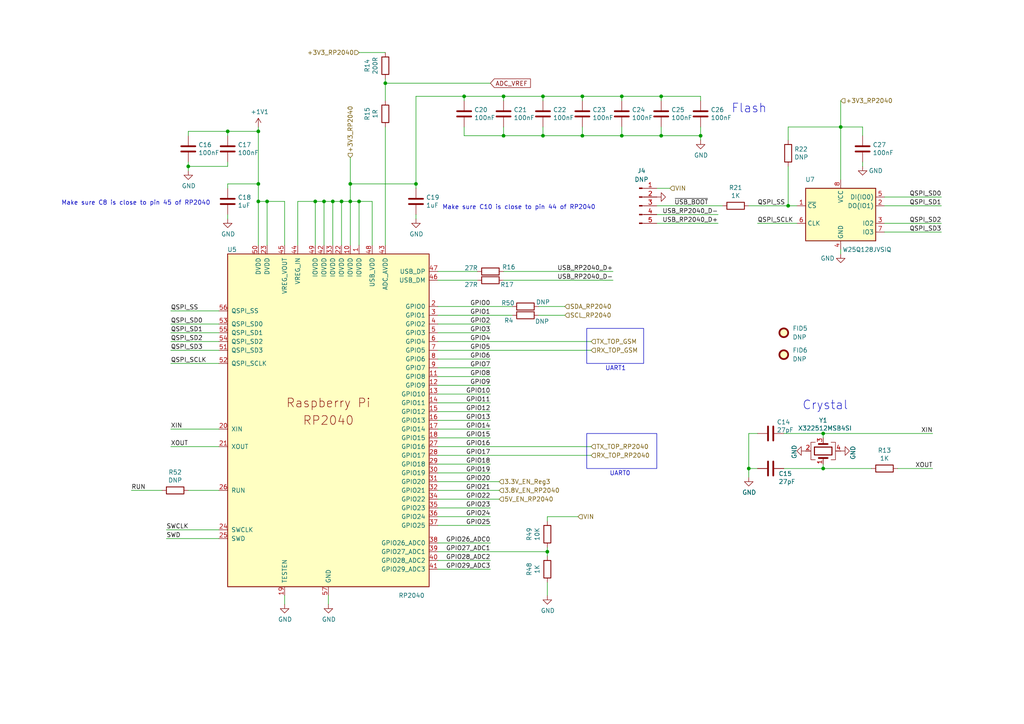
<source format=kicad_sch>
(kicad_sch (version 20231120) (generator "eeschema") (generator_version "8.0")
  (paper "A4")
  (lib_symbols
    (symbol "Connector:Conn_01x05_Male" (pin_names (offset 1.016) hide)
      (property "Reference" "J" (at 0 7.62 0))
      (property "Value" "Conn_01x05_Male" (at 0 -7.62 0))
      (symbol "Conn_01x05_Male_1_1"
        (polyline (pts (xy 1.27 -5.08) (xy 0.8636 -5.08)) (stroke (width 0.1524)))
        (polyline (pts (xy 1.27 -2.54) (xy 0.8636 -2.54)) (stroke (width 0.1524)))
        (polyline (pts (xy 1.27 0) (xy 0.8636 0)) (stroke (width 0.1524)))
        (polyline (pts (xy 1.27 2.54) (xy 0.8636 2.54)) (stroke (width 0.1524)))
        (polyline (pts (xy 1.27 5.08) (xy 0.8636 5.08)) (stroke (width 0.1524)))
        (rectangle (start 0.8636 -4.953) (end 0 -5.207) (stroke (width 0.1524)) (fill (type outline)))
        (rectangle (start 0.8636 -2.413) (end 0 -2.667) (stroke (width 0.1524)) (fill (type outline)))
        (rectangle (start 0.8636 0.127) (end 0 -0.127) (stroke (width 0.1524)) (fill (type outline)))
        (rectangle (start 0.8636 2.667) (end 0 2.413) (stroke (width 0.1524)) (fill (type outline)))
        (rectangle (start 0.8636 5.207) (end 0 4.953) (stroke (width 0.1524)) (fill (type outline)))
        (pin passive line (at 5.08 5.08 180) (length 3.81) (name "Pin_1") (number "1"))
        (pin passive line (at 5.08 2.54 180) (length 3.81) (name "Pin_2") (number "2"))
        (pin passive line (at 5.08 0 180) (length 3.81) (name "Pin_3") (number "3"))
        (pin passive line (at 5.08 -2.54 180) (length 3.81) (name "Pin_4") (number "4"))
        (pin passive line (at 5.08 -5.08 180) (length 3.81) (name "Pin_5") (number "5"))
      )
    )
    (symbol "Device:C" (pin_numbers hide) (pin_names (offset 0.254))
      (property "Reference" "C" (at 0.635 2.54 0))
      (property "Value" "C" (at 0.635 -2.54 0))
      (symbol "C_0_1"
        (polyline (pts (xy -2.032 -0.762) (xy 2.032 -0.762)) (stroke (width 0.508)))
        (polyline (pts (xy -2.032 0.762) (xy 2.032 0.762)) (stroke (width 0.508)))
      )
      (symbol "C_1_1"
        (pin passive line (at 0 3.81 270) (length 2.794) (name "~") (number "1"))
        (pin passive line (at 0 -3.81 90) (length 2.794) (name "~") (number "2"))
      )
    )
    (symbol "Device:Crystal_GND24" (pin_names (offset 1.016) hide)
      (property "Reference" "Y" (at 3.175 5.08 0))
      (property "Value" "Crystal_GND24" (at 3.175 3.175 0))
      (symbol "Crystal_GND24_0_1"
        (rectangle (start -1.143 2.54) (end 1.143 -2.54) (stroke (width 0.3048)))
        (polyline (pts (xy -2.54 0) (xy -2.032 0)))
        (polyline (pts (xy -2.032 -1.27) (xy -2.032 1.27)) (stroke (width 0.508)))
        (polyline (pts (xy 0 -3.81) (xy 0 -3.556)))
        (polyline (pts (xy 0 3.556) (xy 0 3.81)))
        (polyline (pts (xy 2.032 -1.27) (xy 2.032 1.27)) (stroke (width 0.508)))
        (polyline (pts (xy 2.032 0) (xy 2.54 0)))
        (polyline (pts (xy -2.54 -2.286) (xy -2.54 -3.556) (xy 2.54 -3.556) (xy 2.54 -2.286)))
        (polyline (pts (xy -2.54 2.286) (xy -2.54 3.556) (xy 2.54 3.556) (xy 2.54 2.286)))
      )
      (symbol "Crystal_GND24_1_1"
        (pin passive line (at -3.81 0 0) (length 1.27) (name "1") (number "1"))
        (pin passive line (at 0 5.08 270) (length 1.27) (name "2") (number "2"))
        (pin passive line (at 3.81 0 180) (length 1.27) (name "3") (number "3"))
        (pin passive line (at 0 -5.08 90) (length 1.27) (name "4") (number "4"))
      )
    )
    (symbol "Device:R" (pin_numbers hide) (pin_names (offset 0))
      (property "Reference" "R" (at 2.032 0 90))
      (property "Value" "R" (at 0 0 90))
      (symbol "R_0_1"
        (rectangle (start -1.016 -2.54) (end 1.016 2.54) (stroke (width 0.254)))
      )
      (symbol "R_1_1"
        (pin passive line (at 0 3.81 270) (length 1.27) (name "~") (number "1"))
        (pin passive line (at 0 -3.81 90) (length 1.27) (name "~") (number "2"))
      )
    )
    (symbol "MCU_RaspberryPi_RP2040:RP2040" (pin_names (offset 1.016))
      (property "Reference" "U" (at -29.21 49.53 0))
      (property "Value" "RP2040" (at 24.13 -49.53 0))
      (symbol "RP2040_0_0"
        (text "Raspberry Pi" (at 0 5.08 0) (effects (font (size 2.54 2.54))))
        (text "RP2040" (at 0 0 0) (effects (font (size 2.54 2.54))))
      )
      (symbol "RP2040_0_1"
        (rectangle (start 29.21 48.26) (end -29.21 -48.26) (stroke (width 0.254)) (fill (type background)))
      )
      (symbol "RP2040_1_1"
        (pin power_in line (at 8.89 50.8 270) (length 2.54) (name "IOVDD") (number "1"))
        (pin power_in line (at 6.35 50.8 270) (length 2.54) (name "IOVDD") (number "10"))
        (pin bidirectional line (at 31.75 12.7 180) (length 2.54) (name "GPIO8") (number "11"))
        (pin bidirectional line (at 31.75 10.16 180) (length 2.54) (name "GPIO9") (number "12"))
        (pin bidirectional line (at 31.75 7.62 180) (length 2.54) (name "GPIO10") (number "13"))
        (pin bidirectional line (at 31.75 5.08 180) (length 2.54) (name "GPIO11") (number "14"))
        (pin bidirectional line (at 31.75 2.54 180) (length 2.54) (name "GPIO12") (number "15"))
        (pin bidirectional line (at 31.75 0 180) (length 2.54) (name "GPIO13") (number "16"))
        (pin bidirectional line (at 31.75 -2.54 180) (length 2.54) (name "GPIO14") (number "17"))
        (pin bidirectional line (at 31.75 -5.08 180) (length 2.54) (name "GPIO15") (number "18"))
        (pin passive line (at -12.7 -50.8 90) (length 2.54) (name "TESTEN") (number "19"))
        (pin bidirectional line (at 31.75 33.02 180) (length 2.54) (name "GPIO0") (number "2"))
        (pin input line (at -31.75 -2.54 0) (length 2.54) (name "XIN") (number "20"))
        (pin passive line (at -31.75 -7.62 0) (length 2.54) (name "XOUT") (number "21"))
        (pin power_in line (at 3.81 50.8 270) (length 2.54) (name "IOVDD") (number "22"))
        (pin power_in line (at -17.78 50.8 270) (length 2.54) (name "DVDD") (number "23"))
        (pin output line (at -31.75 -31.75 0) (length 2.54) (name "SWCLK") (number "24"))
        (pin bidirectional line (at -31.75 -34.29 0) (length 2.54) (name "SWD") (number "25"))
        (pin input line (at -31.75 -20.32 0) (length 2.54) (name "RUN") (number "26"))
        (pin bidirectional line (at 31.75 -7.62 180) (length 2.54) (name "GPIO16") (number "27"))
        (pin bidirectional line (at 31.75 -10.16 180) (length 2.54) (name "GPIO17") (number "28"))
        (pin bidirectional line (at 31.75 -12.7 180) (length 2.54) (name "GPIO18") (number "29"))
        (pin bidirectional line (at 31.75 30.48 180) (length 2.54) (name "GPIO1") (number "3"))
        (pin bidirectional line (at 31.75 -15.24 180) (length 2.54) (name "GPIO19") (number "30"))
        (pin bidirectional line (at 31.75 -17.78 180) (length 2.54) (name "GPIO20") (number "31"))
        (pin bidirectional line (at 31.75 -20.32 180) (length 2.54) (name "GPIO21") (number "32"))
        (pin power_in line (at 1.27 50.8 270) (length 2.54) (name "IOVDD") (number "33"))
        (pin bidirectional line (at 31.75 -22.86 180) (length 2.54) (name "GPIO22") (number "34"))
        (pin bidirectional line (at 31.75 -25.4 180) (length 2.54) (name "GPIO23") (number "35"))
        (pin bidirectional line (at 31.75 -27.94 180) (length 2.54) (name "GPIO24") (number "36"))
        (pin bidirectional line (at 31.75 -30.48 180) (length 2.54) (name "GPIO25") (number "37"))
        (pin bidirectional line (at 31.75 -35.56 180) (length 2.54) (name "GPIO26_ADC0") (number "38"))
        (pin bidirectional line (at 31.75 -38.1 180) (length 2.54) (name "GPIO27_ADC1") (number "39"))
        (pin bidirectional line (at 31.75 27.94 180) (length 2.54) (name "GPIO2") (number "4"))
        (pin bidirectional line (at 31.75 -40.64 180) (length 2.54) (name "GPIO28_ADC2") (number "40"))
        (pin bidirectional line (at 31.75 -43.18 180) (length 2.54) (name "GPIO29_ADC3") (number "41"))
        (pin power_in line (at -1.27 50.8 270) (length 2.54) (name "IOVDD") (number "42"))
        (pin power_in line (at 16.51 50.8 270) (length 2.54) (name "ADC_AVDD") (number "43"))
        (pin power_in line (at -8.89 50.8 270) (length 2.54) (name "VREG_IN") (number "44"))
        (pin power_out line (at -12.7 50.8 270) (length 2.54) (name "VREG_VOUT") (number "45"))
        (pin bidirectional line (at 31.75 40.64 180) (length 2.54) (name "USB_DM") (number "46"))
        (pin bidirectional line (at 31.75 43.18 180) (length 2.54) (name "USB_DP") (number "47"))
        (pin power_in line (at 12.7 50.8 270) (length 2.54) (name "USB_VDD") (number "48"))
        (pin power_in line (at -3.81 50.8 270) (length 2.54) (name "IOVDD") (number "49"))
        (pin bidirectional line (at 31.75 25.4 180) (length 2.54) (name "GPIO3") (number "5"))
        (pin power_in line (at -20.32 50.8 270) (length 2.54) (name "DVDD") (number "50"))
        (pin bidirectional line (at -31.75 20.32 0) (length 2.54) (name "QSPI_SD3") (number "51"))
        (pin output line (at -31.75 16.51 0) (length 2.54) (name "QSPI_SCLK") (number "52"))
        (pin bidirectional line (at -31.75 27.94 0) (length 2.54) (name "QSPI_SD0") (number "53"))
        (pin bidirectional line (at -31.75 22.86 0) (length 2.54) (name "QSPI_SD2") (number "54"))
        (pin bidirectional line (at -31.75 25.4 0) (length 2.54) (name "QSPI_SD1") (number "55"))
        (pin bidirectional line (at -31.75 31.75 0) (length 2.54) (name "QSPI_SS") (number "56"))
        (pin power_in line (at 0 -50.8 90) (length 2.54) (name "GND") (number "57"))
        (pin bidirectional line (at 31.75 22.86 180) (length 2.54) (name "GPIO4") (number "6"))
        (pin bidirectional line (at 31.75 20.32 180) (length 2.54) (name "GPIO5") (number "7"))
        (pin bidirectional line (at 31.75 17.78 180) (length 2.54) (name "GPIO6") (number "8"))
        (pin bidirectional line (at 31.75 15.24 180) (length 2.54) (name "GPIO7") (number "9"))
      )
    )
    (symbol "Mechanical:Fiducial"
      (property "Reference" "FID" (at 0 5.08 0))
      (property "Value" "Fiducial" (at 0 3.175 0))
      (symbol "Fiducial_0_1"
        (circle (center 0 0) (radius 1.27) (stroke (width 0.508)) (fill (type background)))
      )
    )
    (symbol "Memory_Flash:W25Q128JVS"
      (property "Reference" "U" (at -8.89 8.89 0))
      (property "Value" "W25Q128JVS" (at 7.62 8.89 0))
      (symbol "W25Q128JVS_0_1"
        (rectangle (start -10.16 7.62) (end 10.16 -7.62) (stroke (width 0.254)) (fill (type background)))
      )
      (symbol "W25Q128JVS_1_1"
        (pin input line (at -12.7 2.54 0) (length 2.54) (name "~{CS}") (number "1"))
        (pin bidirectional line (at 12.7 2.54 180) (length 2.54) (name "DO(IO1)") (number "2"))
        (pin bidirectional line (at 12.7 -2.54 180) (length 2.54) (name "IO2") (number "3"))
        (pin power_in line (at 0 -10.16 90) (length 2.54) (name "GND") (number "4"))
        (pin bidirectional line (at 12.7 5.08 180) (length 2.54) (name "DI(IO0)") (number "5"))
        (pin input line (at -12.7 -2.54 0) (length 2.54) (name "CLK") (number "6"))
        (pin bidirectional line (at 12.7 -5.08 180) (length 2.54) (name "IO3") (number "7"))
        (pin power_in line (at 0 10.16 270) (length 2.54) (name "VCC") (number "8"))
      )
    )
    (symbol "power:+1V1" (power) (pin_names (offset 0))
      (property "Value" "+1V1" (at 0 3.556 0))
      (symbol "+1V1_0_1"
        (polyline (pts (xy -0.762 1.27) (xy 0 2.54)))
        (polyline (pts (xy 0 0) (xy 0 2.54)))
        (polyline (pts (xy 0 2.54) (xy 0.762 1.27)))
      )
      (symbol "+1V1_1_1"
        (pin power_in line (at 0 0 90) (length 0) hide (name "+1V1") (number "1"))
      )
    )
    (symbol "power:GND" (power) (pin_names (offset 0))
      (property "Value" "GND" (at 0 -3.81 0))
      (symbol "GND_0_1"
        (polyline (pts (xy 0 0) (xy 0 -1.27) (xy 1.27 -1.27) (xy 0 -2.54) (xy -1.27 -1.27) (xy 0 -1.27)))
      )
      (symbol "GND_1_1"
        (pin power_in line (at 0 0 270) (length 0) hide (name "GND") (number "1"))
      )
    )
  )
  (junction (at 111.76 24.13))
  (junction (at 54.61 48.26))
  (junction (at 238.76 135.89))
  (junction (at 180.34 27.94))
  (junction (at 101.6 58.42))
  (junction (at 74.93 58.42))
  (junction (at 180.34 39.37))
  (junction (at 217.17 135.89))
  (junction (at 120.65 53.34))
  (junction (at 104.14 58.42))
  (junction (at 158.75 160.02))
  (junction (at 238.76 125.73))
  (junction (at 93.98 58.42))
  (junction (at 96.52 58.42))
  (junction (at 74.93 38.1))
  (junction (at 91.44 58.42))
  (junction (at 168.91 39.37))
  (junction (at 101.6 53.34))
  (junction (at 134.62 27.94))
  (junction (at 157.48 27.94))
  (junction (at 228.6 59.69))
  (junction (at 66.04 38.1))
  (junction (at 74.93 53.34))
  (junction (at 99.06 58.42))
  (junction (at 191.77 39.37))
  (junction (at 191.77 27.94))
  (junction (at 168.91 27.94))
  (junction (at 77.47 58.42))
  (junction (at 243.84 36.83))
  (junction (at 146.05 27.94))
  (junction (at 157.48 39.37))
  (junction (at 203.2 39.37))
  (junction (at 146.05 39.37))
  (wire (pts (xy 111.76 36.83) (xy 111.76 71.12)))
  (wire (pts (xy 49.53 124.46) (xy 63.5 124.46)))
  (wire (pts (xy 48.26 156.21) (xy 63.5 156.21)))
  (wire (pts (xy 191.77 39.37) (xy 203.2 39.37)))
  (wire (pts (xy 66.04 53.34) (xy 74.93 53.34)))
  (wire (pts (xy 127 160.02) (xy 158.75 160.02)))
  (wire (pts (xy 156.21 91.44) (xy 163.83 91.44)))
  (wire (pts (xy 191.77 27.94) (xy 203.2 27.94)))
  (wire (pts (xy 101.6 58.42) (xy 104.14 58.42)))
  (wire (pts (xy 180.34 27.94) (xy 191.77 27.94)))
  (wire (pts (xy 194.31 54.61) (xy 190.5 54.61)))
  (wire (pts (xy 111.76 22.86) (xy 111.76 24.13)))
  (wire (pts (xy 180.34 39.37) (xy 168.91 39.37)))
  (wire (pts (xy 127 149.86) (xy 142.24 149.86)))
  (wire (pts (xy 238.76 135.89) (xy 252.73 135.89)))
  (wire (pts (xy 191.77 29.21) (xy 191.77 27.94)))
  (wire (pts (xy 127 93.98) (xy 142.24 93.98)))
  (wire (pts (xy 86.36 58.42) (xy 91.44 58.42)))
  (wire (pts (xy 127 127) (xy 142.24 127)))
  (wire (pts (xy 146.05 27.94) (xy 157.48 27.94)))
  (wire (pts (xy 54.61 46.99) (xy 54.61 48.26)))
  (wire (pts (xy 228.6 48.26) (xy 228.6 59.69)))
  (wire (pts (xy 95.25 172.72) (xy 95.25 175.26)))
  (wire (pts (xy 127 106.68) (xy 142.24 106.68)))
  (wire (pts (xy 227.33 125.73) (xy 238.76 125.73)))
  (wire (pts (xy 120.65 27.94) (xy 120.65 53.34)))
  (wire (pts (xy 101.6 53.34) (xy 101.6 58.42)))
  (wire (pts (xy 111.76 24.13) (xy 111.76 29.21)))
  (wire (pts (xy 260.35 135.89) (xy 270.51 135.89)))
  (wire (pts (xy 190.5 62.23) (xy 208.28 62.23)))
  (wire (pts (xy 93.98 58.42) (xy 96.52 58.42)))
  (wire (pts (xy 157.48 27.94) (xy 168.91 27.94)))
  (wire (pts (xy 66.04 54.61) (xy 66.04 53.34)))
  (wire (pts (xy 127 96.52) (xy 142.24 96.52)))
  (wire (pts (xy 74.93 53.34) (xy 74.93 58.42)))
  (wire (pts (xy 219.71 125.73) (xy 217.17 125.73)))
  (wire (pts (xy 203.2 36.83) (xy 203.2 39.37)))
  (wire (pts (xy 99.06 71.12) (xy 99.06 58.42)))
  (wire (pts (xy 127 144.78) (xy 144.78 144.78)))
  (wire (pts (xy 190.5 64.77) (xy 208.28 64.77)))
  (wire (pts (xy 180.34 29.21) (xy 180.34 27.94)))
  (wire (pts (xy 146.05 39.37) (xy 134.62 39.37)))
  (wire (pts (xy 63.5 90.17) (xy 49.53 90.17)))
  (wire (pts (xy 111.76 24.13) (xy 142.24 24.13)))
  (wire (pts (xy 127 134.62) (xy 142.24 134.62)))
  (wire (pts (xy 66.04 39.37) (xy 66.04 38.1)))
  (wire (pts (xy 77.47 58.42) (xy 74.93 58.42)))
  (wire (pts (xy 146.05 36.83) (xy 146.05 39.37)))
  (wire (pts (xy 49.53 96.52) (xy 63.5 96.52)))
  (wire (pts (xy 256.54 67.31) (xy 273.05 67.31)))
  (wire (pts (xy 203.2 39.37) (xy 203.2 40.64)))
  (wire (pts (xy 134.62 27.94) (xy 146.05 27.94)))
  (wire (pts (xy 127 81.28) (xy 138.43 81.28)))
  (wire (pts (xy 74.93 58.42) (xy 74.93 71.12)))
  (wire (pts (xy 127 114.3) (xy 142.24 114.3)))
  (wire (pts (xy 127 162.56) (xy 142.24 162.56)))
  (wire (pts (xy 127 147.32) (xy 142.24 147.32)))
  (wire (pts (xy 180.34 36.83) (xy 180.34 39.37)))
  (wire (pts (xy 107.95 71.12) (xy 107.95 58.42)))
  (wire (pts (xy 134.62 27.94) (xy 120.65 27.94)))
  (wire (pts (xy 168.91 29.21) (xy 168.91 27.94)))
  (wire (pts (xy 146.05 78.74) (xy 177.8 78.74)))
  (wire (pts (xy 203.2 29.21) (xy 203.2 27.94)))
  (wire (pts (xy 120.65 62.23) (xy 120.65 63.5)))
  (wire (pts (xy 101.6 53.34) (xy 101.6 45.72)))
  (wire (pts (xy 49.53 101.6) (xy 63.5 101.6)))
  (wire (pts (xy 77.47 71.12) (xy 77.47 58.42)))
  (wire (pts (xy 190.5 59.69) (xy 209.55 59.69)))
  (wire (pts (xy 219.71 135.89) (xy 217.17 135.89)))
  (wire (pts (xy 127 99.06) (xy 171.45 99.06)))
  (wire (pts (xy 49.53 99.06) (xy 63.5 99.06)))
  (wire (pts (xy 158.75 160.02) (xy 158.75 161.29)))
  (wire (pts (xy 127 88.9) (xy 148.59 88.9)))
  (wire (pts (xy 82.55 71.12) (xy 82.55 58.42)))
  (wire (pts (xy 101.6 53.34) (xy 120.65 53.34)))
  (wire (pts (xy 191.77 36.83) (xy 191.77 39.37)))
  (wire (pts (xy 228.6 36.83) (xy 243.84 36.83)))
  (wire (pts (xy 158.75 172.72) (xy 158.75 168.91)))
  (wire (pts (xy 104.14 58.42) (xy 104.14 71.12)))
  (wire (pts (xy 217.17 59.69) (xy 228.6 59.69)))
  (wire (pts (xy 63.5 129.54) (xy 49.53 129.54)))
  (wire (pts (xy 104.14 58.42) (xy 107.95 58.42)))
  (wire (pts (xy 243.84 36.83) (xy 243.84 52.07)))
  (wire (pts (xy 86.36 71.12) (xy 86.36 58.42)))
  (wire (pts (xy 74.93 36.83) (xy 74.93 38.1)))
  (wire (pts (xy 127 116.84) (xy 142.24 116.84)))
  (wire (pts (xy 54.61 48.26) (xy 54.61 49.53)))
  (wire (pts (xy 74.93 38.1) (xy 74.93 53.34)))
  (wire (pts (xy 127 139.7) (xy 144.78 139.7)))
  (wire (pts (xy 127 78.74) (xy 138.43 78.74)))
  (wire (pts (xy 82.55 172.72) (xy 82.55 175.26)))
  (wire (pts (xy 217.17 135.89) (xy 217.17 138.43)))
  (wire (pts (xy 127 132.08) (xy 171.45 132.08)))
  (wire (pts (xy 127 157.48) (xy 142.24 157.48)))
  (wire (pts (xy 134.62 36.83) (xy 134.62 39.37)))
  (wire (pts (xy 156.21 88.9) (xy 163.83 88.9)))
  (wire (pts (xy 146.05 29.21) (xy 146.05 27.94)))
  (wire (pts (xy 63.5 105.41) (xy 49.53 105.41)))
  (wire (pts (xy 227.33 135.89) (xy 238.76 135.89)))
  (wire (pts (xy 217.17 125.73) (xy 217.17 135.89)))
  (wire (pts (xy 191.77 39.37) (xy 180.34 39.37)))
  (wire (pts (xy 99.06 58.42) (xy 101.6 58.42)))
  (wire (pts (xy 66.04 38.1) (xy 74.93 38.1)))
  (wire (pts (xy 228.6 40.64) (xy 228.6 36.83)))
  (wire (pts (xy 256.54 59.69) (xy 273.05 59.69)))
  (wire (pts (xy 127 152.4) (xy 142.24 152.4)))
  (wire (pts (xy 96.52 71.12) (xy 96.52 58.42)))
  (wire (pts (xy 250.19 46.99) (xy 250.19 48.26)))
  (wire (pts (xy 127 137.16) (xy 142.24 137.16)))
  (wire (pts (xy 256.54 57.15) (xy 273.05 57.15)))
  (wire (pts (xy 63.5 142.24) (xy 54.61 142.24)))
  (wire (pts (xy 127 142.24) (xy 144.78 142.24)))
  (wire (pts (xy 134.62 29.21) (xy 134.62 27.94)))
  (wire (pts (xy 49.53 93.98) (xy 63.5 93.98)))
  (wire (pts (xy 127 109.22) (xy 142.24 109.22)))
  (wire (pts (xy 243.84 29.21) (xy 243.84 36.83)))
  (wire (pts (xy 148.59 91.44) (xy 127 91.44)))
  (wire (pts (xy 157.48 39.37) (xy 146.05 39.37)))
  (wire (pts (xy 104.14 15.24) (xy 111.76 15.24)))
  (wire (pts (xy 158.75 158.75) (xy 158.75 160.02)))
  (wire (pts (xy 54.61 38.1) (xy 66.04 38.1)))
  (wire (pts (xy 157.48 36.83) (xy 157.48 39.37)))
  (wire (pts (xy 127 129.54) (xy 171.45 129.54)))
  (wire (pts (xy 54.61 48.26) (xy 66.04 48.26)))
  (wire (pts (xy 127 111.76) (xy 142.24 111.76)))
  (wire (pts (xy 91.44 71.12) (xy 91.44 58.42)))
  (wire (pts (xy 93.98 71.12) (xy 93.98 58.42)))
  (wire (pts (xy 48.26 153.67) (xy 63.5 153.67)))
  (wire (pts (xy 82.55 58.42) (xy 77.47 58.42)))
  (wire (pts (xy 158.75 149.86) (xy 167.64 149.86)))
  (wire (pts (xy 168.91 39.37) (xy 157.48 39.37)))
  (wire (pts (xy 66.04 48.26) (xy 66.04 46.99)))
  (wire (pts (xy 219.71 64.77) (xy 231.14 64.77)))
  (wire (pts (xy 127 124.46) (xy 142.24 124.46)))
  (wire (pts (xy 228.6 59.69) (xy 231.14 59.69)))
  (wire (pts (xy 243.84 72.39) (xy 243.84 73.66)))
  (wire (pts (xy 250.19 39.37) (xy 250.19 36.83)))
  (wire (pts (xy 127 101.6) (xy 171.45 101.6)))
  (wire (pts (xy 127 104.14) (xy 142.24 104.14)))
  (wire (pts (xy 66.04 62.23) (xy 66.04 63.5)))
  (wire (pts (xy 238.76 127) (xy 238.76 125.73)))
  (wire (pts (xy 101.6 71.12) (xy 101.6 58.42)))
  (wire (pts (xy 238.76 125.73) (xy 270.51 125.73)))
  (wire (pts (xy 238.76 134.62) (xy 238.76 135.89)))
  (wire (pts (xy 127 119.38) (xy 142.24 119.38)))
  (wire (pts (xy 256.54 64.77) (xy 273.05 64.77)))
  (wire (pts (xy 127 121.92) (xy 142.24 121.92)))
  (wire (pts (xy 146.05 81.28) (xy 177.8 81.28)))
  (wire (pts (xy 120.65 54.61) (xy 120.65 53.34)))
  (wire (pts (xy 46.99 142.24) (xy 38.1 142.24)))
  (wire (pts (xy 158.75 149.86) (xy 158.75 151.13)))
  (wire (pts (xy 127 165.1) (xy 142.24 165.1)))
  (wire (pts (xy 168.91 27.94) (xy 180.34 27.94)))
  (wire (pts (xy 91.44 58.42) (xy 93.98 58.42)))
  (wire (pts (xy 96.52 58.42) (xy 99.06 58.42)))
  (wire (pts (xy 250.19 36.83) (xy 243.84 36.83)))
  (wire (pts (xy 157.48 29.21) (xy 157.48 27.94)))
  (wire (pts (xy 168.91 36.83) (xy 168.91 39.37)))
  (wire (pts (xy 54.61 39.37) (xy 54.61 38.1)))
  (rectangle (start 170.18 125.73) (end 190.5 135.89))
  (rectangle (start 170.18 95.25) (end 186.69 105.41))
  (text "Make sure C8 is close to pin 45 of RP2040" (at 17.78 59.69 0) (effects (font (size 1.27 1.27)) (justify left bottom)))
  (text "UART1" (at 178.562 106.934 0) (effects (font (size 1.27 1.27))))
  (text "Make sure C10 is close to pin 44 of RP2040" (at 128.27 60.96 0) (effects (font (size 1.27 1.27)) (justify left bottom)))
  (text "UART0\n" (at 179.832 137.414 0) (effects (font (size 1.27 1.27))))
  (text "Flash" (at 212.09 33.02 0) (effects (font (size 2.54 2.54)) (justify left bottom)))
  (text "Crystal" (at 232.664 119.126 0) (effects (font (size 2.54 2.54)) (justify left bottom)))
  (label "GPIO22" (at 142.24 144.78 180))
  (label "GPIO17" (at 142.24 132.08 180))
  (label "GPIO9" (at 142.24 111.76 180))
  (label "XIN" (at 270.51 125.73 180))
  (label "GPIO5" (at 142.24 101.6 180))
  (label "GPIO15" (at 142.24 127 180))
  (label "QSPI_SD0" (at 49.53 93.98 0))
  (label "GPIO18" (at 142.24 134.62 180))
  (label "GPIO26_ADC0" (at 142.24 157.48 180))
  (label "GPIO24" (at 142.24 149.86 180))
  (label "QSPI_SD2" (at 49.53 99.06 0))
  (label "GPIO27_ADC1" (at 142.24 160.02 180))
  (label "QSPI_SCLK" (at 219.71 64.77 0))
  (label "GPIO7" (at 142.24 106.68 180))
  (label "GPIO14" (at 142.24 124.46 180))
  (label "GPIO3" (at 142.24 96.52 180))
  (label "GPIO0" (at 142.24 88.9 180))
  (label "QSPI_SD3" (at 273.05 67.31 180))
  (label "GPIO11" (at 142.24 116.84 180))
  (label "QSPI_SD0" (at 273.05 57.15 180))
  (label "USB_RP2040_D-" (at 208.28 62.23 180))
  (label "GPIO4" (at 142.24 99.06 180))
  (label "GPIO20" (at 142.24 139.7 180))
  (label "~{USB_BOOT}" (at 195.58 59.69 0))
  (label "GPIO13" (at 142.24 121.92 180))
  (label "GPIO12" (at 142.24 119.38 180))
  (label "GPIO6" (at 142.24 104.14 180))
  (label "SWD" (at 48.26 156.21 0))
  (label "SWCLK" (at 48.26 153.67 0))
  (label "GPIO29_ADC3" (at 142.24 165.1 180))
  (label "GPIO1" (at 142.24 91.44 180))
  (label "GPIO28_ADC2" (at 142.24 162.56 180))
  (label "USB_RP2040_D+" (at 177.8 78.74 180))
  (label "QSPI_SCLK" (at 49.53 105.41 0))
  (label "QSPI_SS" (at 49.53 90.17 0))
  (label "GPIO23" (at 142.24 147.32 180))
  (label "QSPI_SD3" (at 49.53 101.6 0))
  (label "USB_RP2040_D+" (at 208.28 64.77 180))
  (label "RUN" (at 38.1 142.24 0))
  (label "GPIO19" (at 142.24 137.16 180))
  (label "GPIO10" (at 142.24 114.3 180))
  (label "QSPI_SD1" (at 273.05 59.69 180))
  (label "QSPI_SD2" (at 273.05 64.77 180))
  (label "GPIO16" (at 142.24 129.54 180))
  (label "XOUT" (at 49.53 129.54 0))
  (label "QSPI_SD1" (at 49.53 96.52 0))
  (label "GPIO8" (at 142.24 109.22 180))
  (label "XOUT" (at 270.51 135.89 180))
  (label "USB_RP2040_D-" (at 177.8 81.28 180))
  (label "GPIO25" (at 142.24 152.4 180))
  (label "QSPI_SS" (at 219.71 59.69 0))
  (label "XIN" (at 49.53 124.46 0))
  (label "GPIO21" (at 142.24 142.24 180))
  (label "GPIO2" (at 142.24 93.98 180))
  (global_label "ADC_VREF" (shape input) (at 142.24 24.13 0) (property "Intersheetrefs" "${INTERSHEET_REFS}" (effects (hide yes))))
  (hierarchical_label "TX_TOP_GSM" (shape input) (at 171.45 99.06 0))
  (hierarchical_label "VIN" (shape input) (at 194.31 54.61 0))
  (hierarchical_label "+3V3_RP2040" (shape input) (at 101.6 45.72 90))
  (hierarchical_label "VIN" (shape input) (at 167.64 149.86 0))
  (hierarchical_label "+3V3_RP2040" (shape input) (at 104.14 15.24 180))
  (hierarchical_label "SDA_RP2040" (shape input) (at 163.83 88.9 0))
  (hierarchical_label "RX_TOP_RP2040" (shape input) (at 171.45 132.08 0))
  (hierarchical_label "5V_EN_RP2040" (shape input) (at 144.78 144.78 0))
  (hierarchical_label "RX_TOP_GSM" (shape input) (at 171.45 101.6 0))
  (hierarchical_label "3.3V_EN_Reg3" (shape input) (at 144.78 139.7 0))
  (hierarchical_label "TX_TOP_RP2040" (shape input) (at 171.45 129.54 0))
  (hierarchical_label "3.8V_EN_RP2040" (shape input) (at 144.78 142.24 0))
  (hierarchical_label "SCL_RP2040" (shape input) (at 163.83 91.44 0))
  (hierarchical_label "+3V3_RP2040" (shape input) (at 243.84 29.21 0))
  (symbol (lib_id "Device:R") (at 256.54 135.89 270) (unit 1)
    (property "Reference" "R13" (at 256.54 130.6322 90))
    (property "Value" "1K" (at 256.54 132.9436 90))
    (property "Footprint" "Resistor_SMD:R_0603_1608Metric" (effects (hide yes)))
  )
  (symbol (lib_id "Device:C") (at 223.52 135.89 270) (unit 1)
    (property "Reference" "C15" (at 225.806 137.3886 90) (effects (justify left)))
    (property "Value" "27pF" (at 225.806 139.7 90) (effects (justify left)))
    (property "Footprint" "Capacitor_SMD:C_0402_1005Metric" (effects (hide yes)))
  )
  (symbol (lib_id "Device:C") (at 223.52 125.73 270) (unit 1)
    (property "Reference" "C14" (at 225.298 122.428 90) (effects (justify left)))
    (property "Value" "27pF" (at 225.298 124.7394 90) (effects (justify left)))
    (property "Footprint" "Capacitor_SMD:C_0402_1005Metric" (effects (hide yes)))
  )
  (symbol (lib_id "Device:C") (at 191.77 33.02 0) (unit 1)
    (property "Reference" "C25" (at 194.691 31.8516 0) (effects (justify left)))
    (property "Value" "100nF" (at 194.691 34.163 0) (effects (justify left)))
    (property "Footprint" "Capacitor_SMD:C_0402_1005Metric" (effects (hide yes)))
  )
  (symbol (lib_id "power:GND") (at 217.17 138.43 0) (unit 1)
    (property "Reference" "#PWR0135" (effects (hide yes)))
    (property "Value" "GND" (at 217.297 142.8242 0))
  )
  (symbol (lib_id "Device:R") (at 142.24 78.74 270) (unit 1)
    (property "Reference" "R16" (at 147.574 77.47 90))
    (property "Value" "27R" (at 136.652 77.724 90))
    (property "Footprint" "Resistor_SMD:R_0603_1608Metric" (effects (hide yes)))
  )
  (symbol (lib_id "Device:C") (at 120.65 58.42 0) (unit 1)
    (property "Reference" "C19" (at 123.571 57.2516 0) (effects (justify left)))
    (property "Value" "1uF" (at 123.571 59.563 0) (effects (justify left)))
    (property "Footprint" "Capacitor_SMD:C_0402_1005Metric" (effects (hide yes)))
  )
  (symbol (lib_id "power:GND") (at 95.25 175.26 0) (unit 1)
    (property "Reference" "#PWR0131" (effects (hide yes)))
    (property "Value" "GND" (at 95.377 179.6542 0))
  )
  (symbol (lib_id "Device:R") (at 142.24 81.28 270) (unit 1)
    (property "Reference" "R17" (at 147.066 82.55 90))
    (property "Value" "27R" (at 136.652 82.55 90))
    (property "Footprint" "Resistor_SMD:R_0603_1608Metric" (effects (hide yes)))
  )
  (symbol (lib_id "power:GND") (at 158.75 172.72 0) (unit 1)
    (property "Reference" "#PWR0174" (effects (hide yes)))
    (property "Value" "GND" (at 158.877 177.1142 0))
  )
  (symbol (lib_id "power:GND") (at 54.61 49.53 0) (unit 1)
    (property "Reference" "#PWR0128" (effects (hide yes)))
    (property "Value" "GND" (at 54.737 53.9242 0))
  )
  (symbol (lib_id "Device:C") (at 180.34 33.02 0) (unit 1)
    (property "Reference" "C24" (at 183.261 31.8516 0) (effects (justify left)))
    (property "Value" "100nF" (at 183.261 34.163 0) (effects (justify left)))
    (property "Footprint" "Capacitor_SMD:C_0402_1005Metric" (effects (hide yes)))
  )
  (symbol (lib_id "Device:R") (at 50.8 142.24 270) (unit 1)
    (property "Reference" "R52" (at 50.8 136.9822 90))
    (property "Value" "DNP" (at 50.8 139.2936 90))
    (property "Footprint" "Resistor_SMD:R_0603_1608Metric" (effects (hide yes)))
  )
  (symbol (lib_id "Device:C") (at 134.62 33.02 0) (unit 1)
    (property "Reference" "C20" (at 137.541 31.8516 0) (effects (justify left)))
    (property "Value" "100nF" (at 137.541 34.163 0) (effects (justify left)))
    (property "Footprint" "Capacitor_SMD:C_0402_1005Metric" (effects (hide yes)))
  )
  (symbol (lib_id "Device:R") (at 152.4 91.44 270) (unit 1)
    (property "Reference" "R4" (at 147.574 92.964 90))
    (property "Value" "DNP" (at 157.226 93.218 90))
    (property "Footprint" "Resistor_SMD:R_0603_1608Metric" (effects (hide yes)))
  )
  (symbol (lib_id "Memory_Flash:W25Q128JVS") (at 243.84 62.23 0) (unit 1)
    (property "Reference" "U7" (at 234.95 52.07 0))
    (property "Value" "W25Q128JVSIQ" (at 251.46 72.39 0))
    (property "Footprint" "Package_SO:SOIC-8_5.23x5.23mm_P1.27mm" (effects (hide yes)))
    (property "Datasheet" "http://www.winbond.com/resource-files/w25q128jv_dtr%20revc%2003272018%20plus.pdf" (effects (hide yes)))
    (property "Link" "https://www.lcsc.com/product-detail/NOR-FLASH_Winbond-Elec-W25Q128JVSIQ_C113767.html" (effects (hide yes)))
    (property "MPN" "W25Q128JVSIQ" (effects (hide yes)))
  )
  (symbol (lib_id "Device:C") (at 146.05 33.02 0) (unit 1)
    (property "Reference" "C21" (at 148.971 31.8516 0) (effects (justify left)))
    (property "Value" "100nF" (at 148.971 34.163 0) (effects (justify left)))
    (property "Footprint" "Capacitor_SMD:C_0402_1005Metric" (effects (hide yes)))
  )
  (symbol (lib_id "Device:R") (at 158.75 165.1 0) (unit 1)
    (property "Reference" "R48" (at 153.4922 165.1 90))
    (property "Value" "1K" (at 155.8036 165.1 90))
    (property "Footprint" "Resistor_SMD:R_0603_1608Metric" (effects (hide yes)))
  )
  (symbol (lib_id "power:GND") (at 233.68 130.81 270) (unit 1)
    (property "Reference" "#PWR0133" (effects (hide yes)))
    (property "Value" "GND" (at 230.378 131.064 0))
  )
  (symbol (lib_id "Connector:Conn_01x05_Male") (at 185.42 59.69 0) (unit 1)
    (property "Reference" "J4" (at 186.055 49.53 0))
    (property "Value" "DNP" (at 186.055 52.07 0))
    (property "Footprint" "Connector_PinSocket_2.00mm:PinSocket_1x05_P2.00mm_Vertical" (effects (hide yes)))
    (property "MPN" "2.0mm 1*5p" (effects (hide yes)))
  )
  (symbol (lib_id "Device:R") (at 228.6 44.45 0) (unit 1)
    (property "Reference" "R22" (at 230.378 43.2816 0) (effects (justify left)))
    (property "Value" "DNP" (at 230.378 45.593 0) (effects (justify left)))
    (property "Footprint" "Resistor_SMD:R_0603_1608Metric" (effects (hide yes)))
  )
  (symbol (lib_id "Device:R") (at 158.75 154.94 0) (unit 1)
    (property "Reference" "R49" (at 153.4922 154.94 90))
    (property "Value" "10K" (at 155.8036 154.94 90))
    (property "Footprint" "Resistor_SMD:R_0603_1608Metric" (effects (hide yes)))
  )
  (symbol (lib_id "Device:R") (at 111.76 19.05 0) (unit 1)
    (property "Reference" "R14" (at 106.5022 19.05 90))
    (property "Value" "200R" (at 108.8136 19.05 90))
    (property "Footprint" "Resistor_SMD:R_0603_1608Metric" (effects (hide yes)))
  )
  (symbol (lib_id "Device:C") (at 203.2 33.02 0) (unit 1)
    (property "Reference" "C26" (at 206.121 31.8516 0) (effects (justify left)))
    (property "Value" "100nF" (at 206.121 34.163 0) (effects (justify left)))
    (property "Footprint" "Capacitor_SMD:C_0402_1005Metric" (effects (hide yes)))
  )
  (symbol (lib_id "Device:C") (at 66.04 43.18 0) (unit 1)
    (property "Reference" "C17" (at 68.961 42.0116 0) (effects (justify left)))
    (property "Value" "100nF" (at 68.961 44.323 0) (effects (justify left)))
    (property "Footprint" "Capacitor_SMD:C_0402_1005Metric" (effects (hide yes)))
  )
  (symbol (lib_id "MCU_RaspberryPi_RP2040:RP2040") (at 95.25 121.92 0) (unit 1)
    (property "Reference" "U5" (at 67.31 72.39 0))
    (property "Value" "RP2040" (at 119.38 172.72 0))
    (property "Footprint" "RP2040_minimal:RP2040-QFN-56" (effects (hide yes)))
    (property "Link" "https://www.lcsc.com/product-detail/Microcontroller-Units-MCUs-MPUs-SOCs_Raspberry-Pi-RP2040_C2040.html" (effects (hide yes)))
    (property "MPN" "RP2040" (effects (hide yes)))
  )
  (symbol (lib_id "power:GND") (at 243.84 73.66 0) (unit 1)
    (property "Reference" "#PWR0151" (effects (hide yes)))
    (property "Value" "GND" (at 240.03 74.93 0))
  )
  (symbol (lib_id "Device:C") (at 66.04 58.42 0) (unit 1)
    (property "Reference" "C18" (at 68.961 57.2516 0) (effects (justify left)))
    (property "Value" "1uF" (at 68.961 59.563 0) (effects (justify left)))
    (property "Footprint" "Capacitor_SMD:C_0402_1005Metric" (effects (hide yes)))
  )
  (symbol (lib_id "Device:C") (at 157.48 33.02 0) (unit 1)
    (property "Reference" "C22" (at 160.401 31.8516 0) (effects (justify left)))
    (property "Value" "100nF" (at 160.401 34.163 0) (effects (justify left)))
    (property "Footprint" "Capacitor_SMD:C_0402_1005Metric" (effects (hide yes)))
  )
  (symbol (lib_id "power:GND") (at 243.84 130.81 90) (unit 1)
    (property "Reference" "#PWR0134" (effects (hide yes)))
    (property "Value" "GND" (at 247.396 131.318 0))
  )
  (symbol (lib_id "Device:R") (at 152.4 88.9 270) (unit 1)
    (property "Reference" "R50" (at 147.32 87.884 90))
    (property "Value" "DNP" (at 157.48 87.63 90))
    (property "Footprint" "Resistor_SMD:R_0603_1608Metric" (effects (hide yes)))
  )
  (symbol (lib_id "power:GND") (at 190.5 57.15 90) (unit 1)
    (property "Reference" "#PWR0139" (effects (hide yes)))
    (property "Value" "GND" (effects (hide yes)))
  )
  (symbol (lib_id "Device:R") (at 111.76 33.02 0) (unit 1)
    (property "Reference" "R15" (at 106.5022 33.02 90))
    (property "Value" "1R" (at 108.8136 33.02 90))
    (property "Footprint" "Resistor_SMD:R_0603_1608Metric" (effects (hide yes)))
  )
  (symbol (lib_id "Device:C") (at 250.19 43.18 0) (unit 1)
    (property "Reference" "C27" (at 253.111 42.0116 0) (effects (justify left)))
    (property "Value" "100nF" (at 253.111 44.323 0) (effects (justify left)))
    (property "Footprint" "Capacitor_SMD:C_0402_1005Metric" (effects (hide yes)))
  )
  (symbol (lib_id "power:GND") (at 120.65 63.5 0) (unit 1)
    (property "Reference" "#PWR0127" (effects (hide yes)))
    (property "Value" "GND" (at 120.777 67.8942 0))
  )
  (symbol (lib_id "Device:R") (at 213.36 59.69 270) (unit 1)
    (property "Reference" "R21" (at 213.36 54.4322 90))
    (property "Value" "1K" (at 213.36 56.7436 90))
    (property "Footprint" "Resistor_SMD:R_0603_1608Metric" (effects (hide yes)))
  )
  (symbol (lib_id "Device:Crystal_GND24") (at 238.76 130.81 90) (unit 1)
    (property "Reference" "Y1" (at 238.76 121.92 90))
    (property "Value" "X322512MSB4SI" (at 239.268 124.206 90))
    (property "Footprint" "Crystal:Crystal_SMD_3225-4Pin_3.2x2.5mm" (effects (hide yes)))
    (property "MPN" "X322512MSB4SI" (effects (hide yes)))
  )
  (symbol (lib_id "Mechanical:Fiducial") (at 227.33 96.52 0) (unit 1)
    (property "Reference" "FID5" (at 229.87 95.2499 0) (effects (justify left)))
    (property "Value" "DNP" (at 229.87 97.7899 0) (effects (justify left)))
    (property "Footprint" "Fiducial:Fiducial_0.5mm_Mask1mm" (effects (hide yes)))
    (property "Description" "Fiducial Marker" (effects (hide yes)))
    (property "MPN" "Fiducial Marker" (effects (hide yes)))
  )
  (symbol (lib_id "power:GND") (at 203.2 40.64 0) (unit 1)
    (property "Reference" "#PWR0138" (effects (hide yes)))
    (property "Value" "GND" (at 203.327 45.0342 0))
  )
  (symbol (lib_id "power:+1V1") (at 74.93 36.83 0) (unit 1)
    (property "Reference" "#PWR0130" (effects (hide yes)))
    (property "Value" "+1V1" (at 75.311 32.4358 0))
  )
  (symbol (lib_id "Device:C") (at 168.91 33.02 0) (unit 1)
    (property "Reference" "C23" (at 171.831 31.8516 0) (effects (justify left)))
    (property "Value" "100nF" (at 171.831 34.163 0) (effects (justify left)))
    (property "Footprint" "Capacitor_SMD:C_0402_1005Metric" (effects (hide yes)))
  )
  (symbol (lib_id "power:GND") (at 82.55 175.26 0) (unit 1)
    (property "Reference" "#PWR0132" (effects (hide yes)))
    (property "Value" "GND" (at 82.677 179.6542 0))
  )
  (symbol (lib_id "power:GND") (at 66.04 63.5 0) (unit 1)
    (property "Reference" "#PWR0129" (effects (hide yes)))
    (property "Value" "GND" (at 66.167 67.8942 0))
  )
  (symbol (lib_id "Mechanical:Fiducial") (at 227.33 102.87 0) (unit 1)
    (property "Reference" "FID6" (at 229.87 101.5999 0) (effects (justify left)))
    (property "Value" "DNP" (at 229.87 104.1399 0) (effects (justify left)))
    (property "Footprint" "Fiducial:Fiducial_0.5mm_Mask1mm" (effects (hide yes)))
    (property "Description" "Fiducial Marker" (effects (hide yes)))
    (property "MPN" "Fiducial Marker" (effects (hide yes)))
  )
  (symbol (lib_id "Device:C") (at 54.61 43.18 0) (unit 1)
    (property "Reference" "C16" (at 57.531 42.0116 0) (effects (justify left)))
    (property "Value" "100nF" (at 57.531 44.323 0) (effects (justify left)))
    (property "Footprint" "Capacitor_SMD:C_0402_1005Metric" (effects (hide yes)))
  )
  (symbol (lib_id "power:GND") (at 250.19 48.26 0) (unit 1)
    (property "Reference" "#PWR0145" (effects (hide yes)))
    (property "Value" "GND" (at 254 49.53 0))
  )
)
</source>
